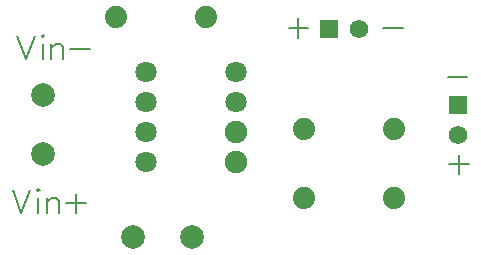
<source format=gtl>
G04 Layer: TopLayer*
G04 EasyEDA v6.5.34, 2023-11-29 11:21:28*
G04 a3ad62460b0849ac923c3d987a2ed673,bee4cb2541bd470ea98a159692ad20ec,10*
G04 Gerber Generator version 0.2*
G04 Scale: 100 percent, Rotated: No, Reflected: No *
G04 Dimensions in millimeters *
G04 leading zeros omitted , absolute positions ,4 integer and 5 decimal *
%FSLAX45Y45*%
%MOMM*%

%ADD10C,0.2032*%
%ADD11C,1.8000*%
%ADD12C,1.9050*%
%ADD13R,1.5748X1.5748*%
%ADD14C,1.5748*%
%ADD15C,1.8796*%
%ADD16C,2.0000*%

%LPD*%
D10*
X889000Y6415278D02*
G01*
X962913Y6221476D01*
X1036828Y6415278D02*
G01*
X962913Y6221476D01*
X1097787Y6415278D02*
G01*
X1106931Y6406134D01*
X1116329Y6415278D01*
X1106931Y6424676D01*
X1097787Y6415278D01*
X1106931Y6350762D02*
G01*
X1106931Y6221476D01*
X1177289Y6350762D02*
G01*
X1177289Y6221476D01*
X1177289Y6313678D02*
G01*
X1204976Y6341363D01*
X1223263Y6350762D01*
X1250950Y6350762D01*
X1269492Y6341363D01*
X1278889Y6313678D01*
X1278889Y6221476D01*
X1339850Y6304534D02*
G01*
X1505965Y6304534D01*
X850900Y5107178D02*
G01*
X924813Y4913376D01*
X998728Y5107178D02*
G01*
X924813Y4913376D01*
X1059687Y5107178D02*
G01*
X1068831Y5098034D01*
X1078229Y5107178D01*
X1068831Y5116576D01*
X1059687Y5107178D01*
X1068831Y5042662D02*
G01*
X1068831Y4913376D01*
X1139189Y5042662D02*
G01*
X1139189Y4913376D01*
X1139189Y5005578D02*
G01*
X1166876Y5033263D01*
X1185163Y5042662D01*
X1212850Y5042662D01*
X1231392Y5033263D01*
X1240789Y5005578D01*
X1240789Y4913376D01*
X1384807Y5079492D02*
G01*
X1384807Y4913376D01*
X1301750Y4996434D02*
G01*
X1467865Y4996434D01*
X4629658Y5409692D02*
G01*
X4629658Y5243576D01*
X4546600Y5326634D02*
G01*
X4712970Y5326634D01*
X4533900Y6063234D02*
G01*
X4700270Y6063234D01*
X3270758Y6565392D02*
G01*
X3270758Y6399276D01*
X3187700Y6482334D02*
G01*
X3354070Y6482334D01*
X3987800Y6482334D02*
G01*
X4154170Y6482334D01*
D11*
G01*
X1981200Y6108700D03*
G01*
X1981200Y5854700D03*
G01*
X1981200Y5600700D03*
G01*
X1981200Y5346700D03*
D12*
G01*
X2743200Y5346700D03*
D11*
G01*
X2743200Y5854700D03*
G01*
X2743200Y6108700D03*
D12*
G01*
X2743200Y5600700D03*
D13*
G01*
X4622800Y5829300D03*
D14*
G01*
X4622800Y5575300D03*
D13*
G01*
X3530600Y6477000D03*
D14*
G01*
X3784600Y6477000D03*
D15*
G01*
X4076700Y5041900D03*
G01*
X3314700Y5041900D03*
G01*
X4076700Y5626100D03*
G01*
X3314700Y5626100D03*
G01*
X1727200Y6578600D03*
G01*
X2489200Y6578600D03*
D16*
G01*
X1870455Y4711700D03*
G01*
X2371343Y4711700D03*
G01*
X1104900Y5914644D03*
G01*
X1104900Y5413755D03*
M02*

</source>
